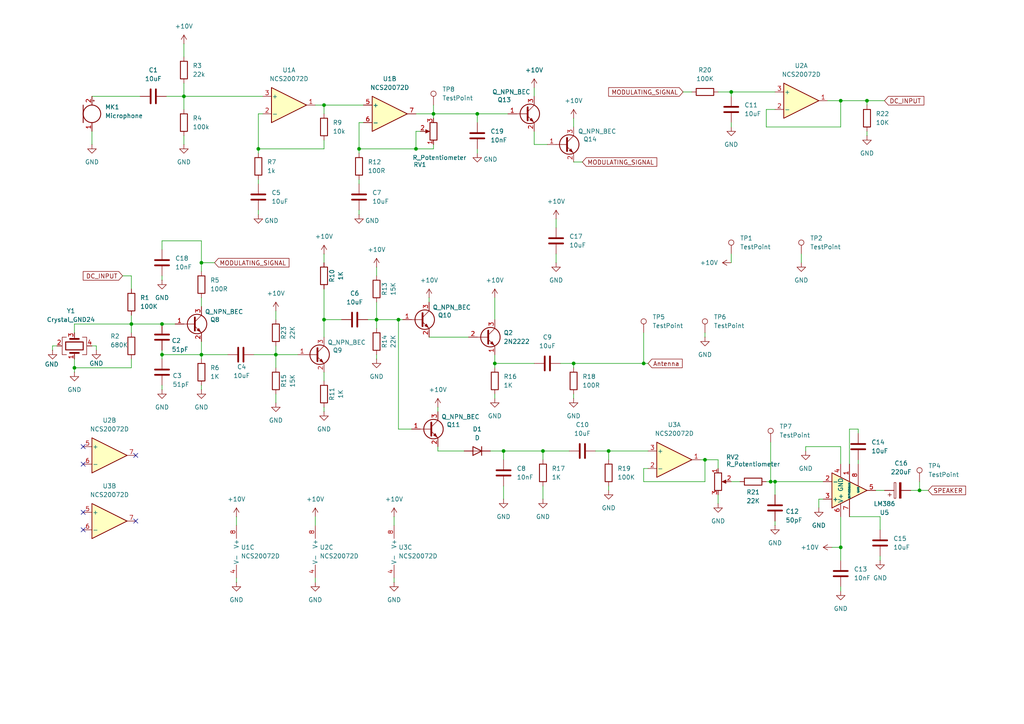
<source format=kicad_sch>
(kicad_sch (version 20250114) (generator "eeschema") (generator_version "9.0")
  (paper "A4")
  (lib_symbols
    (symbol "Amplifier_Audio:LM386" (pin_names (offset 0.127))
      (property "Reference" "U" (at 1.27 7.62 0))
      (property "Value" "LM386" (at 1.27 5.08 0))
      (symbol "LM386_1_1"
        (pin input line (at -7.62 2.54 0) (length 2.54) (name "+") (number "3"))
        (pin input line (at -7.62 -2.54 0) (length 2.54) (name "-") (number "2"))
        (pin power_in line (at -2.54 7.62 270) (length 3.81) (name "V+") (number "6"))
        (pin power_in line (at -2.54 -7.62 90) (length 3.81) (name "GND") (number "4"))
        (pin input line (at 0 7.62 270) (length 5.08) (name "BYPASS") (number "7"))
        (pin input line (at 0 -7.62 90) (length 5.08) (name "GAIN") (number "1"))
        (pin input line (at 2.54 -7.62 90) (length 6.35) (name "GAIN") (number "8"))
        (pin output line (at 7.62 0 180) (length 2.54) (name "~") (number "5"))
      )
    )
    (symbol "Amplifier_Operational:NCS20072D" (pin_names (offset 0.127))
      (property "Reference" "U" (at 2.54 6.35 0))
      (property "Value" "NCS20072D" (at 2.54 3.81 0))
      (symbol "NCS20072D_1_1"
        (pin input line (at -7.62 2.54 0) (length 2.54) (name "+") (number "3"))
        (pin input line (at -7.62 -2.54 0) (length 2.54) (name "-") (number "2"))
        (pin output line (at 7.62 0 180) (length 2.54) (name "~") (number "1"))
      )
      (symbol "NCS20072D_2_1"
        (pin input line (at -7.62 2.54 0) (length 2.54) (name "+") (number "5"))
        (pin input line (at -7.62 -2.54 0) (length 2.54) (name "-") (number "6"))
        (pin output line (at 7.62 0 180) (length 2.54) (name "~") (number "7"))
      )
      (symbol "NCS20072D_3_1"
        (pin power_in line (at 0 7.62 270) (length 3.81) (name "V+") (number "8"))
        (pin power_in line (at 0 -7.62 90) (length 3.81) (name "V-") (number "4"))
      )
    )
    (symbol "Connector:TestPoint" (pin_numbers (hide yes)) (pin_names (offset 0.762) (hide yes))
      (property "Reference" "TP" (at 0 6.858 0))
      (property "Value" "TestPoint" (at 0 5.08 0))
      (symbol "TestPoint_1_1"
        (pin passive line (at 0 0 90) (length 2.54) (name "1") (number "1"))
      )
    )
    (symbol "Device:C" (pin_numbers (hide yes)) (pin_names (offset 0.254))
      (property "Reference" "C" (at 0.635 2.54 0))
      (property "Value" "C" (at 0.635 -2.54 0))
      (symbol "C_1_1"
        (pin passive line (at 0 3.81 270) (length 2.794) (name "~") (number "1"))
        (pin passive line (at 0 -3.81 90) (length 2.794) (name "~") (number "2"))
      )
    )
    (symbol "Device:C_Polarized" (pin_numbers (hide yes)) (pin_names (offset 0.254))
      (property "Reference" "C" (at 0.635 2.54 0))
      (property "Value" "C_Polarized" (at 0.635 -2.54 0))
      (symbol "C_Polarized_1_1"
        (pin passive line (at 0 3.81 270) (length 2.794) (name "~") (number "1"))
        (pin passive line (at 0 -3.81 90) (length 2.794) (name "~") (number "2"))
      )
    )
    (symbol "Device:Crystal_GND24" (pin_names (offset 1.016) (hide yes))
      (property "Reference" "Y" (at 3.175 5.08 0))
      (property "Value" "Crystal_GND24" (at 3.175 3.175 0))
      (symbol "Crystal_GND24_1_1"
        (pin passive line (at -3.81 0 0) (length 1.27) (name "1") (number "1"))
        (pin passive line (at 0 5.08 270) (length 1.27) (name "2") (number "2"))
        (pin passive line (at 0 -5.08 90) (length 1.27) (name "4") (number "4"))
        (pin passive line (at 3.81 0 180) (length 1.27) (name "3") (number "3"))
      )
    )
    (symbol "Device:D" (pin_numbers (hide yes)) (pin_names (offset 1.016) (hide yes))
      (property "Reference" "D" (at 0 2.54 0))
      (property "Value" "D" (at 0 -2.54 0))
      (symbol "D_1_1"
        (pin passive line (at -3.81 0 0) (length 2.54) (name "K") (number "1"))
        (pin passive line (at 3.81 0 180) (length 2.54) (name "A") (number "2"))
      )
    )
    (symbol "Device:Microphone" (pin_names (offset 0.0254) (hide yes))
      (property "Reference" "MK" (at -3.81 1.27 0))
      (property "Value" "Microphone" (at -3.81 -0.635 0))
      (symbol "Microphone_1_1"
        (pin passive line (at 0 5.08 270) (length 2.54) (name "+") (number "2"))
        (pin passive line (at 0 -5.08 90) (length 2.54) (name "-") (number "1"))
      )
    )
    (symbol "Device:R" (pin_numbers (hide yes)) (pin_names (offset 0))
      (property "Reference" "R" (at 2.032 0 90))
      (property "Value" "R" (at 0 0 90))
      (symbol "R_1_1"
        (pin passive line (at 0 3.81 270) (length 1.27) (name "~") (number "1"))
        (pin passive line (at 0 -3.81 90) (length 1.27) (name "~") (number "2"))
      )
    )
    (symbol "Device:R_Potentiometer" (pin_names (offset 1.016) (hide yes))
      (property "Reference" "RV" (at -4.445 0 90))
      (property "Value" "R_Potentiometer" (at -2.54 0 90))
      (symbol "R_Potentiometer_1_1"
        (pin passive line (at 0 3.81 270) (length 1.27) (name "1") (number "1"))
        (pin passive line (at 0 -3.81 90) (length 1.27) (name "3") (number "3"))
        (pin passive line (at 3.81 0 180) (length 1.27) (name "2") (number "2"))
      )
    )
    (symbol "Transistor_BJT:Q_NPN_BEC" (pin_names (offset 0) (hide yes))
      (property "Reference" "Q" (at 5.08 1.27 0))
      (property "Value" "Q_NPN_BEC" (at 5.08 -1.27 0))
      (symbol "Q_NPN_BEC_1_1"
        (pin input line (at -5.08 0 0) (length 2.54) (name "B") (number "1"))
        (pin passive line (at 2.54 5.08 270) (length 2.54) (name "C") (number "3"))
        (pin passive line (at 2.54 -5.08 90) (length 2.54) (name "E") (number "2"))
      )
    )
    (symbol "Transistor_BJT:Q_NPN_EBC" (pin_names (offset 0) (hide yes))
      (property "Reference" "Q" (at 5.08 1.27 0))
      (property "Value" "Q_NPN_EBC" (at 5.08 -1.27 0))
      (symbol "Q_NPN_EBC_1_1"
        (pin input line (at -5.08 0 0) (length 2.54) (name "B") (number "2"))
        (pin passive line (at 2.54 5.08 270) (length 2.54) (name "C") (number "3"))
        (pin passive line (at 2.54 -5.08 90) (length 2.54) (name "E") (number "1"))
      )
    )
    (symbol "power:+10V" (power) (pin_numbers (hide yes)) (pin_names (offset 0) (hide yes))
      (property "Value" "+10V" (at 0 3.556 0))
      (symbol "+10V_1_1"
        (pin power_in line (at 0 0 90) (length 0) (name "~") (number "1"))
      )
    )
    (symbol "power:GND" (power) (pin_numbers (hide yes)) (pin_names (offset 0) (hide yes))
      (property "Value" "GND" (at 0 -3.81 0))
      (symbol "GND_1_1"
        (pin power_in line (at 0 0 270) (length 0) (name "~") (number "1"))
      )
    )
  )
  (junction (at 93.98 92.71))
  (junction (at 58.42 102.87))
  (junction (at 38.1 93.98))
  (junction (at 166.37 105.41))
  (junction (at 251.46 29.21))
  (junction (at 104.14 43.18))
  (junction (at 125.73 33.02))
  (junction (at 143.51 105.41))
  (junction (at 46.99 102.87))
  (junction (at 146.05 130.81))
  (junction (at 21.59 106.68))
  (junction (at 204.47 133.35))
  (junction (at 138.43 33.02))
  (junction (at 46.99 93.98))
  (junction (at 243.84 29.21))
  (junction (at 224.79 139.7))
  (junction (at 74.93 43.18))
  (junction (at 80.01 102.87))
  (junction (at 109.22 92.71))
  (junction (at 115.57 92.71))
  (junction (at 243.84 158.75))
  (junction (at 93.98 30.48))
  (junction (at 266.7 142.24))
  (junction (at 176.53 130.81))
  (junction (at 120.65 43.18))
  (junction (at 223.52 139.7))
  (junction (at 186.69 105.41))
  (junction (at 212.09 26.67))
  (junction (at 53.34 27.94))
  (junction (at 58.42 76.2))
  (junction (at 157.48 130.81))
  (no_connect (at 39.37 132.08))
  (no_connect (at 24.13 148.59))
  (no_connect (at 39.37 151.13))
  (no_connect (at 24.13 134.62))
  (no_connect (at 24.13 129.54))
  (no_connect (at 24.13 153.67))
  (wire (pts (xy 154.94 105.41) (xy 143.51 105.41)))
  (wire (pts (xy 125.73 43.18) (xy 125.73 41.91)))
  (wire (pts (xy 125.73 33.02) (xy 138.43 33.02)))
  (wire (pts (xy 46.99 102.87) (xy 58.42 102.87)))
  (wire (pts (xy 120.65 43.18) (xy 125.73 43.18)))
  (wire (pts (xy 15.24 100.33) (xy 16.51 100.33)))
  (wire (pts (xy 48.26 27.94) (xy 53.34 27.94)))
  (wire (pts (xy 157.48 130.81) (xy 165.1 130.81)))
  (wire (pts (xy 124.46 86.36) (xy 124.46 87.63)))
  (wire (pts (xy 142.24 130.81) (xy 146.05 130.81)))
  (wire (pts (xy 254 142.24) (xy 256.54 142.24)))
  (wire (pts (xy 186.69 135.89) (xy 186.69 139.7)))
  (wire (pts (xy 93.98 92.71) (xy 99.06 92.71)))
  (wire (pts (xy 120.65 38.1) (xy 120.65 43.18)))
  (wire (pts (xy 154.94 41.91) (xy 158.75 41.91)))
  (wire (pts (xy 127 118.11) (xy 127 119.38)))
  (wire (pts (xy 266.7 139.7) (xy 266.7 142.24)))
  (wire (pts (xy 248.92 133.35) (xy 248.92 134.62)))
  (wire (pts (xy 46.99 101.6) (xy 46.99 102.87)))
  (wire (pts (xy 143.51 86.36) (xy 143.51 92.71)))
  (wire (pts (xy 222.25 139.7) (xy 223.52 139.7)))
  (wire (pts (xy 121.92 38.1) (xy 120.65 38.1)))
  (wire (pts (xy 208.28 26.67) (xy 212.09 26.67)))
  (wire (pts (xy 176.53 130.81) (xy 187.96 130.81)))
  (wire (pts (xy 120.65 33.02) (xy 125.73 33.02)))
  (wire (pts (xy 58.42 102.87) (xy 66.04 102.87)))
  (wire (pts (xy 223.52 128.27) (xy 223.52 139.7)))
  (wire (pts (xy 143.51 105.41) (xy 143.51 106.68)))
  (wire (pts (xy 93.98 73.66) (xy 93.98 76.2)))
  (wire (pts (xy 58.42 99.06) (xy 58.42 102.87)))
  (wire (pts (xy 62.23 76.2) (xy 58.42 76.2)))
  (wire (pts (xy 187.96 135.89) (xy 186.69 135.89)))
  (wire (pts (xy 46.99 69.85) (xy 46.99 72.39)))
  (wire (pts (xy 243.84 36.83) (xy 243.84 29.21)))
  (wire (pts (xy 21.59 93.98) (xy 21.59 96.52)))
  (wire (pts (xy 53.34 39.37) (xy 53.34 41.91)))
  (wire (pts (xy 21.59 106.68) (xy 38.1 106.68)))
  (wire (pts (xy 186.69 105.41) (xy 187.96 105.41)))
  (wire (pts (xy 127 130.81) (xy 134.62 130.81)))
  (wire (pts (xy 212.09 73.66) (xy 212.09 76.2)))
  (wire (pts (xy 138.43 33.02) (xy 147.32 33.02)))
  (wire (pts (xy 146.05 130.81) (xy 146.05 133.35)))
  (wire (pts (xy 115.57 124.46) (xy 119.38 124.46)))
  (wire (pts (xy 237.49 144.78) (xy 238.76 144.78)))
  (wire (pts (xy 74.93 33.02) (xy 76.2 33.02)))
  (wire (pts (xy 251.46 29.21) (xy 256.54 29.21)))
  (wire (pts (xy 172.72 130.81) (xy 176.53 130.81)))
  (wire (pts (xy 74.93 60.96) (xy 74.93 62.23)))
  (wire (pts (xy 125.73 30.48) (xy 125.73 33.02)))
  (wire (pts (xy 93.98 118.11) (xy 93.98 119.38)))
  (wire (pts (xy 243.84 29.21) (xy 251.46 29.21)))
  (wire (pts (xy 21.59 106.68) (xy 21.59 107.95)))
  (wire (pts (xy 58.42 69.85) (xy 58.42 76.2)))
  (wire (pts (xy 93.98 40.64) (xy 93.98 43.18)))
  (wire (pts (xy 204.47 133.35) (xy 208.28 133.35)))
  (wire (pts (xy 53.34 27.94) (xy 76.2 27.94)))
  (wire (pts (xy 93.98 30.48) (xy 105.41 30.48)))
  (wire (pts (xy 104.14 52.07) (xy 104.14 53.34)))
  (wire (pts (xy 223.52 139.7) (xy 224.79 139.7)))
  (wire (pts (xy 161.29 73.66) (xy 161.29 76.2)))
  (wire (pts (xy 203.2 133.35) (xy 204.47 133.35)))
  (wire (pts (xy 93.98 107.95) (xy 93.98 110.49)))
  (wire (pts (xy 176.53 130.81) (xy 176.53 133.35)))
  (wire (pts (xy 146.05 130.81) (xy 157.48 130.81)))
  (wire (pts (xy 80.01 102.87) (xy 86.36 102.87)))
  (wire (pts (xy 74.93 52.07) (xy 74.93 53.34)))
  (wire (pts (xy 80.01 102.87) (xy 80.01 106.68)))
  (wire (pts (xy 240.03 29.21) (xy 243.84 29.21)))
  (wire (pts (xy 104.14 60.96) (xy 104.14 62.23)))
  (wire (pts (xy 124.46 97.79) (xy 135.89 97.79)))
  (wire (pts (xy 93.98 83.82) (xy 93.98 92.71)))
  (wire (pts (xy 109.22 92.71) (xy 109.22 95.25)))
  (wire (pts (xy 27.94 101.6) (xy 27.94 100.33)))
  (wire (pts (xy 127 129.54) (xy 127 130.81)))
  (wire (pts (xy 266.7 142.24) (xy 269.24 142.24)))
  (wire (pts (xy 255.27 149.86) (xy 246.38 149.86)))
  (wire (pts (xy 157.48 130.81) (xy 157.48 133.35)))
  (wire (pts (xy 246.38 124.46) (xy 248.92 124.46)))
  (wire (pts (xy 154.94 25.4) (xy 154.94 27.94)))
  (wire (pts (xy 243.84 158.75) (xy 243.84 162.56)))
  (wire (pts (xy 162.56 105.41) (xy 166.37 105.41)))
  (wire (pts (xy 204.47 139.7) (xy 204.47 133.35)))
  (wire (pts (xy 46.99 111.76) (xy 46.99 113.03)))
  (wire (pts (xy 46.99 104.14) (xy 46.99 102.87)))
  (wire (pts (xy 58.42 111.76) (xy 58.42 113.03)))
  (wire (pts (xy 176.53 140.97) (xy 176.53 142.24)))
  (wire (pts (xy 38.1 93.98) (xy 21.59 93.98)))
  (wire (pts (xy 198.12 26.67) (xy 200.66 26.67)))
  (wire (pts (xy 91.44 167.64) (xy 91.44 168.91)))
  (wire (pts (xy 109.22 87.63) (xy 109.22 92.71)))
  (wire (pts (xy 222.25 31.75) (xy 222.25 36.83)))
  (wire (pts (xy 248.92 124.46) (xy 248.92 125.73)))
  (wire (pts (xy 222.25 36.83) (xy 243.84 36.83)))
  (wire (pts (xy 109.22 92.71) (xy 115.57 92.71)))
  (wire (pts (xy 233.68 129.54) (xy 243.84 129.54)))
  (wire (pts (xy 104.14 43.18) (xy 104.14 35.56)))
  (wire (pts (xy 208.28 135.89) (xy 208.28 133.35)))
  (wire (pts (xy 138.43 33.02) (xy 138.43 35.56)))
  (wire (pts (xy 21.59 104.14) (xy 21.59 106.68)))
  (wire (pts (xy 243.84 170.18) (xy 243.84 171.45)))
  (wire (pts (xy 58.42 102.87) (xy 58.42 104.14)))
  (wire (pts (xy 106.68 92.71) (xy 109.22 92.71)))
  (wire (pts (xy 27.94 100.33) (xy 26.67 100.33)))
  (wire (pts (xy 166.37 105.41) (xy 166.37 106.68)))
  (wire (pts (xy 208.28 143.51) (xy 208.28 146.05)))
  (wire (pts (xy 74.93 43.18) (xy 74.93 33.02)))
  (wire (pts (xy 104.14 35.56) (xy 105.41 35.56)))
  (wire (pts (xy 161.29 63.5) (xy 161.29 66.04)))
  (wire (pts (xy 38.1 91.44) (xy 38.1 93.98)))
  (wire (pts (xy 109.22 77.47) (xy 109.22 80.01)))
  (wire (pts (xy 251.46 30.48) (xy 251.46 29.21)))
  (wire (pts (xy 80.01 114.3) (xy 80.01 116.84)))
  (wire (pts (xy 143.51 114.3) (xy 143.51 115.57)))
  (wire (pts (xy 243.84 129.54) (xy 243.84 134.62)))
  (wire (pts (xy 53.34 12.7) (xy 53.34 16.51)))
  (wire (pts (xy 264.16 142.24) (xy 266.7 142.24)))
  (wire (pts (xy 80.01 90.17) (xy 80.01 92.71)))
  (wire (pts (xy 243.84 149.86) (xy 243.84 158.75)))
  (wire (pts (xy 58.42 86.36) (xy 58.42 88.9)))
  (wire (pts (xy 93.98 33.02) (xy 93.98 30.48)))
  (wire (pts (xy 80.01 100.33) (xy 80.01 102.87)))
  (wire (pts (xy 93.98 92.71) (xy 93.98 97.79)))
  (wire (pts (xy 104.14 43.18) (xy 120.65 43.18)))
  (wire (pts (xy 74.93 43.18) (xy 93.98 43.18)))
  (wire (pts (xy 125.73 33.02) (xy 125.73 34.29)))
  (wire (pts (xy 53.34 27.94) (xy 53.34 31.75)))
  (wire (pts (xy 212.09 26.67) (xy 212.09 27.94)))
  (wire (pts (xy 38.1 80.01) (xy 38.1 83.82)))
  (wire (pts (xy 91.44 149.86) (xy 91.44 152.4)))
  (wire (pts (xy 251.46 38.1) (xy 251.46 39.37)))
  (wire (pts (xy 74.93 43.18) (xy 74.93 44.45)))
  (wire (pts (xy 114.3 149.86) (xy 114.3 152.4)))
  (wire (pts (xy 115.57 92.71) (xy 115.57 124.46)))
  (wire (pts (xy 143.51 102.87) (xy 143.51 105.41)))
  (wire (pts (xy 186.69 96.52) (xy 186.69 105.41)))
  (wire (pts (xy 237.49 147.32) (xy 237.49 144.78)))
  (wire (pts (xy 222.25 31.75) (xy 224.79 31.75)))
  (wire (pts (xy 58.42 76.2) (xy 58.42 78.74)))
  (wire (pts (xy 166.37 34.29) (xy 166.37 36.83)))
  (wire (pts (xy 224.79 139.7) (xy 224.79 143.51)))
  (wire (pts (xy 241.3 158.75) (xy 243.84 158.75)))
  (wire (pts (xy 46.99 80.01) (xy 46.99 81.28)))
  (wire (pts (xy 104.14 44.45) (xy 104.14 43.18)))
  (wire (pts (xy 68.58 149.86) (xy 68.58 152.4)))
  (wire (pts (xy 146.05 140.97) (xy 146.05 144.78)))
  (wire (pts (xy 204.47 96.52) (xy 204.47 97.79)))
  (wire (pts (xy 166.37 46.99) (xy 168.91 46.99)))
  (wire (pts (xy 109.22 102.87) (xy 109.22 104.14)))
  (wire (pts (xy 157.48 140.97) (xy 157.48 144.78)))
  (wire (pts (xy 166.37 114.3) (xy 166.37 115.57)))
  (wire (pts (xy 212.09 26.67) (xy 224.79 26.67)))
  (wire (pts (xy 68.58 167.64) (xy 68.58 168.91)))
  (wire (pts (xy 246.38 134.62) (xy 246.38 124.46)))
  (wire (pts (xy 38.1 96.52) (xy 38.1 93.98)))
  (wire (pts (xy 38.1 106.68) (xy 38.1 104.14)))
  (wire (pts (xy 46.99 93.98) (xy 50.8 93.98)))
  (wire (pts (xy 138.43 43.18) (xy 138.43 44.45)))
  (wire (pts (xy 115.57 92.71) (xy 116.84 92.71)))
  (wire (pts (xy 46.99 69.85) (xy 58.42 69.85)))
  (wire (pts (xy 35.56 80.01) (xy 38.1 80.01)))
  (wire (pts (xy 212.09 139.7) (xy 214.63 139.7)))
  (wire (pts (xy 166.37 105.41) (xy 186.69 105.41)))
  (wire (pts (xy 38.1 93.98) (xy 46.99 93.98)))
  (wire (pts (xy 186.69 139.7) (xy 204.47 139.7)))
  (wire (pts (xy 26.67 38.1) (xy 26.67 41.91)))
  (wire (pts (xy 232.41 73.66) (xy 232.41 76.2)))
  (wire (pts (xy 255.27 161.29) (xy 255.27 162.56)))
  (wire (pts (xy 73.66 102.87) (xy 80.01 102.87)))
  (wire (pts (xy 15.24 101.6) (xy 15.24 100.33)))
  (wire (pts (xy 93.98 30.48) (xy 91.44 30.48)))
  (wire (pts (xy 224.79 139.7) (xy 238.76 139.7)))
  (wire (pts (xy 233.68 130.81) (xy 233.68 129.54)))
  (wire (pts (xy 26.67 27.94) (xy 40.64 27.94)))
  (wire (pts (xy 154.94 38.1) (xy 154.94 41.91)))
  (wire (pts (xy 255.27 153.67) (xy 255.27 149.86)))
  (wire (pts (xy 212.09 35.56) (xy 212.09 36.83)))
  (wire (pts (xy 53.34 24.13) (xy 53.34 27.94)))
  (wire (pts (xy 224.79 151.13) (xy 224.79 152.4)))
  (wire (pts (xy 114.3 167.64) (xy 114.3 168.91)))
  (global_label "DC_INPUT" (shape input) (at 256.54 29.21 0) (property "Intersheetrefs" "${INTERSHEET_REFS}" (effects (hide yes))))
  (global_label "MODULATING_SIGNAL" (shape input) (at 168.91 46.99 0) (property "Intersheetrefs" "${INTERSHEET_REFS}" (effects (hide yes))))
  (global_label "Antenna" (shape input) (at 187.96 105.41 0) (property "Intersheetrefs" "${INTERSHEET_REFS}" (effects (hide yes))))
  (global_label "MODULATING_SIGNAL" (shape input) (at 62.23 76.2 0) (property "Intersheetrefs" "${INTERSHEET_REFS}" (effects (hide yes))))
  (global_label "DC_INPUT" (shape input) (at 35.56 80.01 180) (property "Intersheetrefs" "${INTERSHEET_REFS}" (effects (hide yes))))
  (global_label "SPEAKER" (shape input) (at 269.24 142.24 0) (property "Intersheetrefs" "${INTERSHEET_REFS}" (effects (hide yes))))
  (global_label "MODULATING_SIGNAL" (shape input) (at 198.12 26.67 180) (property "Intersheetrefs" "${INTERSHEET_REFS}" (effects (hide yes))))
  (symbol (lib_id "power:GND") (at 109.22 104.14 0) (unit 1)
    (property "Reference" "#PWR0104" (effects (hide yes)))
    (property "Value" "GND" (at 109.22 109.22 0))
    (property "Description" "Power symbol creates a global label with name \"GND\" , ground" (effects (hide yes)))
  )
  (symbol (lib_id "power:+10V") (at 166.37 34.29 0) (unit 1)
    (property "Reference" "#PWR0126" (effects (hide yes)))
    (property "Value" "+10V" (at 166.37 29.21 0))
    (property "Description" "Power symbol creates a global label with name \"+10V\"" (effects (hide yes)))
  )
  (symbol (lib_id "Amplifier_Operational:NCS20072D") (at 83.82 30.48 0) (unit 1)
    (property "Reference" "U1" (at 83.82 20.32 0))
    (property "Value" "NCS20072D" (at 83.82 22.86 0))
    (property "Footprint" "Package_SO:SOIC-8_3.9x4.9mm_P1.27mm" (effects (hide yes)))
    (property "Datasheet" "https://www.onsemi.com/pub/Collateral/NCS20071-D.PDF" (effects (hide yes)))
    (property "Description" "Dual, 2.8V/µs, Rail-to-Rail Output, SOIC-8" (effects (hide yes)))
  )
  (symbol (lib_id "Device:R") (at 166.37 110.49 0) (unit 1)
    (property "Reference" "R18" (at 168.91 109.2199 0) (effects (justify left)))
    (property "Value" "100R" (at 168.91 111.7599 0) (effects (justify left)))
    (property "Footprint" "Resistor_SMD:R_0603_1608Metric" (effects (hide yes)))
    (property "Description" "Resistor" (effects (hide yes)))
  )
  (symbol (lib_id "power:GND") (at 68.58 168.91 0) (unit 1)
    (property "Reference" "#PWR0137" (effects (hide yes)))
    (property "Value" "GND" (at 68.58 173.99 0))
    (property "Description" "Power symbol creates a global label with name \"GND\" , ground" (effects (hide yes)))
  )
  (symbol (lib_id "power:+10V") (at 154.94 25.4 0) (unit 1)
    (property "Reference" "#PWR0125" (effects (hide yes)))
    (property "Value" "+10V" (at 154.94 20.32 0))
    (property "Description" "Power symbol creates a global label with name \"+10V\"" (effects (hide yes)))
  )
  (symbol (lib_id "power:GND") (at 232.41 76.2 0) (unit 1)
    (property "Reference" "#PWR0132" (effects (hide yes)))
    (property "Value" "GND" (at 232.41 81.28 0))
    (property "Description" "Power symbol creates a global label with name \"GND\" , ground" (effects (hide yes)))
  )
  (symbol (lib_id "Device:C") (at 224.79 147.32 0) (unit 1)
    (property "Reference" "C12" (at 227.838 148.336 0) (effects (justify left)))
    (property "Value" "50pF" (at 227.838 150.876 0) (effects (justify left)))
    (property "Footprint" "Capacitor_SMD:C_0603_1608Metric" (effects (hide yes)))
    (property "Description" "Unpolarized capacitor" (effects (hide yes)))
  )
  (symbol (lib_id "power:GND") (at 243.84 171.45 0) (unit 1)
    (property "Reference" "#PWR0117" (effects (hide yes)))
    (property "Value" "GND" (at 243.84 176.53 0))
    (property "Description" "Power symbol creates a global label with name \"GND\" , ground" (effects (hide yes)))
  )
  (symbol (lib_id "Device:R") (at 251.46 34.29 0) (unit 1)
    (property "Reference" "R22" (at 254 33.0199 0) (effects (justify left)))
    (property "Value" "10K" (at 254 35.5599 0) (effects (justify left)))
    (property "Footprint" "Resistor_SMD:R_0603_1608Metric" (effects (hide yes)))
    (property "Description" "Resistor" (effects (hide yes)))
  )
  (symbol (lib_id "Device:C") (at 46.99 76.2 0) (unit 1)
    (property "Reference" "C18" (at 50.8 74.9299 0) (effects (justify left)))
    (property "Value" "10nF" (at 50.8 77.4699 0) (effects (justify left)))
    (property "Footprint" "Capacitor_SMD:C_0603_1608Metric" (effects (hide yes)))
    (property "Description" "Unpolarized capacitor" (effects (hide yes)))
  )
  (symbol (lib_id "Device:C") (at 168.91 130.81 90) (unit 1)
    (property "Reference" "C10" (at 168.91 123.19 90))
    (property "Value" "10uF" (at 168.91 125.73 90))
    (property "Footprint" "Capacitor_SMD:C_0603_1608Metric" (effects (hide yes)))
    (property "Description" "Unpolarized capacitor" (effects (hide yes)))
  )
  (symbol (lib_id "power:+10V") (at 109.22 77.47 0) (unit 1)
    (property "Reference" "#PWR0112" (effects (hide yes)))
    (property "Value" "+10V" (at 109.22 72.39 0))
    (property "Description" "Power symbol creates a global label with name \"+10V\"" (effects (hide yes)))
  )
  (symbol (lib_id "Amplifier_Operational:NCS20072D") (at 31.75 151.13 0) (unit 2)
    (property "Reference" "U3" (at 31.75 140.97 0))
    (property "Value" "NCS20072D" (at 31.75 143.51 0))
    (property "Footprint" "Package_SO:SOIC-8_3.9x4.9mm_P1.27mm" (effects (hide yes)))
    (property "Datasheet" "https://www.onsemi.com/pub/Collateral/NCS20071-D.PDF" (effects (hide yes)))
    (property "Description" "Dual, 2.8V/µs, Rail-to-Rail Output, SOIC-8" (effects (hide yes)))
  )
  (symbol (lib_id "Amplifier_Operational:NCS20072D") (at 31.75 132.08 0) (unit 2)
    (property "Reference" "U2" (at 31.75 121.92 0))
    (property "Value" "NCS20072D" (at 31.75 124.46 0))
    (property "Footprint" "Package_SO:SOIC-8_3.9x4.9mm_P1.27mm" (effects (hide yes)))
    (property "Datasheet" "https://www.onsemi.com/pub/Collateral/NCS20071-D.PDF" (effects (hide yes)))
    (property "Description" "Dual, 2.8V/µs, Rail-to-Rail Output, SOIC-8" (effects (hide yes)))
  )
  (symbol (lib_id "power:GND") (at 138.43 44.45 0) (unit 1)
    (property "Reference" "#PWR0145" (effects (hide yes)))
    (property "Value" "GND" (at 142.24 46.228 0))
    (property "Description" "Power symbol creates a global label with name \"GND\" , ground" (effects (hide yes)))
  )
  (symbol (lib_id "power:GND") (at 146.05 144.78 0) (unit 1)
    (property "Reference" "#PWR0130" (effects (hide yes)))
    (property "Value" "GND" (at 146.05 149.86 0))
    (property "Description" "Power symbol creates a global label with name \"GND\" , ground" (effects (hide yes)))
  )
  (symbol (lib_id "Connector:TestPoint") (at 232.41 73.66 0) (unit 1)
    (property "Reference" "TP2" (at 234.95 69.0879 0) (effects (justify left)))
    (property "Value" "TestPoint" (at 234.95 71.6279 0) (effects (justify left)))
    (property "Footprint" "TestPoint:TestPoint_Loop_D2.50mm_Drill1.0mm" (effects (hide yes)))
    (property "Description" "test point" (effects (hide yes)))
  )
  (symbol (lib_id "Connector:TestPoint") (at 212.09 73.66 0) (unit 1)
    (property "Reference" "TP1" (at 214.63 69.0879 0) (effects (justify left)))
    (property "Value" "TestPoint" (at 214.63 71.6279 0) (effects (justify left)))
    (property "Footprint" "TestPoint:TestPoint_Loop_D2.50mm_Drill1.0mm" (effects (hide yes)))
    (property "Description" "test point" (effects (hide yes)))
  )
  (symbol (lib_id "Device:R") (at 218.44 139.7 90) (unit 1)
    (property "Reference" "R21" (at 218.44 142.748 90))
    (property "Value" "22K" (at 218.44 145.288 90))
    (property "Footprint" "Resistor_SMD:R_0603_1608Metric" (effects (hide yes)))
    (property "Description" "Resistor" (effects (hide yes)))
  )
  (symbol (lib_id "Connector:TestPoint") (at 266.7 139.7 0) (unit 1)
    (property "Reference" "TP4" (at 269.24 135.1279 0) (effects (justify left)))
    (property "Value" "TestPoint" (at 269.24 137.6679 0) (effects (justify left)))
    (property "Footprint" "TestPoint:TestPoint_Loop_D2.50mm_Drill1.0mm" (effects (hide yes)))
    (property "Description" "test point" (effects (hide yes)))
  )
  (symbol (lib_id "power:GND") (at 208.28 146.05 0) (unit 1)
    (property "Reference" "#PWR0121" (effects (hide yes)))
    (property "Value" "GND" (at 208.28 151.13 0))
    (property "Description" "Power symbol creates a global label with name \"GND\" , ground" (effects (hide yes)))
  )
  (symbol (lib_id "power:GND") (at 104.14 62.23 0) (unit 1)
    (property "Reference" "#PWR0114" (effects (hide yes)))
    (property "Value" "GND" (at 107.95 64.008 0))
    (property "Description" "Power symbol creates a global label with name \"GND\" , ground" (effects (hide yes)))
  )
  (symbol (lib_id "power:GND") (at 46.99 113.03 0) (unit 1)
    (property "Reference" "#PWR0108" (effects (hide yes)))
    (property "Value" "GND" (at 46.99 118.11 0))
    (property "Description" "Power symbol creates a global label with name \"GND\" , ground" (effects (hide yes)))
  )
  (symbol (lib_id "power:GND") (at 224.79 152.4 0) (unit 1)
    (property "Reference" "#PWR0120" (effects (hide yes)))
    (property "Value" "GND" (at 224.79 157.48 0))
    (property "Description" "Power symbol creates a global label with name \"GND\" , ground" (effects (hide yes)))
  )
  (symbol (lib_id "Connector:TestPoint") (at 125.73 30.48 0) (unit 1)
    (property "Reference" "TP8" (at 128.27 25.9079 0) (effects (justify left)))
    (property "Value" "TestPoint" (at 128.27 28.4479 0) (effects (justify left)))
    (property "Footprint" "TestPoint:TestPoint_Plated_Hole_D2.0mm" (effects (hide yes)))
    (property "Description" "test point" (effects (hide yes)))
  )
  (symbol (lib_id "Device:C") (at 255.27 157.48 180) (unit 1)
    (property "Reference" "C15" (at 259.08 156.2099 0) (effects (justify right)))
    (property "Value" "10uF" (at 259.08 158.7499 0) (effects (justify right)))
    (property "Footprint" "Capacitor_SMD:C_0603_1608Metric" (effects (hide yes)))
    (property "Description" "Unpolarized capacitor" (effects (hide yes)))
  )
  (symbol (lib_id "Device:C") (at 248.92 129.54 180) (unit 1)
    (property "Reference" "C14" (at 252.73 128.2699 0) (effects (justify right)))
    (property "Value" "10uF" (at 252.73 130.8099 0) (effects (justify right)))
    (property "Footprint" "Capacitor_SMD:C_0603_1608Metric" (effects (hide yes)))
    (property "Description" "Unpolarized capacitor" (effects (hide yes)))
  )
  (symbol (lib_id "power:GND") (at 161.29 76.2 0) (unit 1)
    (property "Reference" "#PWR0144" (effects (hide yes)))
    (property "Value" "GND" (at 161.29 81.28 0))
    (property "Description" "Power symbol creates a global label with name \"GND\" , ground" (effects (hide yes)))
  )
  (symbol (lib_id "Amplifier_Operational:NCS20072D") (at 114.3 160.02 0) (unit 3)
    (property "Reference" "U3" (at 115.57 158.7499 0) (effects (justify left)))
    (property "Value" "NCS20072D" (at 115.57 161.2899 0) (effects (justify left)))
    (property "Footprint" "Package_SO:SOIC-8_3.9x4.9mm_P1.27mm" (effects (hide yes)))
    (property "Datasheet" "https://www.onsemi.com/pub/Collateral/NCS20071-D.PDF" (effects (hide yes)))
    (property "Description" "Dual, 2.8V/µs, Rail-to-Rail Output, SOIC-8" (effects (hide yes)))
  )
  (symbol (lib_id "Connector:TestPoint") (at 204.47 96.52 0) (unit 1)
    (property "Reference" "TP6" (at 207.01 91.9479 0) (effects (justify left)))
    (property "Value" "TestPoint" (at 207.01 94.4879 0) (effects (justify left)))
    (property "Footprint" "TestPoint:TestPoint_Pad_D4.0mm" (effects (hide yes)))
    (property "Description" "test point" (effects (hide yes)))
  )
  (symbol (lib_id "Transistor_BJT:Q_NPN_BEC") (at 163.83 41.91 0) (unit 1)
    (property "Reference" "Q14" (at 169.164 40.386 0) (effects (justify left)))
    (property "Value" "Q_NPN_BEC" (at 167.64 38.1001 0) (effects (justify left)))
    (property "Footprint" "Package_TO_SOT_SMD:SOT-23" (effects (hide yes)))
    (property "Description" "NPN transistor, base/emitter/collector" (effects (hide yes)))
  )
  (symbol (lib_id "power:GND") (at 237.49 147.32 0) (unit 1)
    (property "Reference" "#PWR0119" (effects (hide yes)))
    (property "Value" "GND" (at 237.49 152.4 0))
    (property "Description" "Power symbol creates a global label with name \"GND\" , ground" (effects (hide yes)))
  )
  (symbol (lib_id "power:+10V") (at 241.3 158.75 90) (unit 1)
    (property "Reference" "#PWR0139" (effects (hide yes)))
    (property "Value" "+10V" (at 237.49 158.7499 90) (effects (justify left)))
    (property "Description" "Power symbol creates a global label with name \"+10V\"" (effects (hide yes)))
  )
  (symbol (lib_id "Device:R") (at 109.22 99.06 180) (unit 1)
    (property "Reference" "R14" (at 111.506 99.06 90))
    (property "Value" "22K" (at 114.046 99.06 90))
    (property "Footprint" "Resistor_SMD:R_0603_1608Metric" (effects (hide yes)))
    (property "Description" "Resistor" (effects (hide yes)))
  )
  (symbol (lib_id "power:GND") (at 74.93 62.23 0) (unit 1)
    (property "Reference" "#PWR0115" (effects (hide yes)))
    (property "Value" "GND" (at 78.74 64.008 0))
    (property "Description" "Power symbol creates a global label with name \"GND\" , ground" (effects (hide yes)))
  )
  (symbol (lib_id "power:+10V") (at 68.58 149.86 0) (unit 1)
    (property "Reference" "#PWR0135" (effects (hide yes)))
    (property "Value" "+10V" (at 68.58 144.78 0))
    (property "Description" "Power symbol creates a global label with name \"+10V\"" (effects (hide yes)))
  )
  (symbol (lib_id "Device:R") (at 93.98 36.83 0) (unit 1)
    (property "Reference" "R9" (at 96.52 35.5599 0) (effects (justify left)))
    (property "Value" "10k" (at 96.52 38.0999 0) (effects (justify left)))
    (property "Footprint" "Resistor_SMD:R_0603_1608Metric" (effects (hide yes)))
    (property "Description" "Resistor" (effects (hide yes)))
  )
  (symbol (lib_id "Device:R") (at 93.98 114.3 180) (unit 1)
    (property "Reference" "R11" (at 96.266 114.3 90))
    (property "Value" "1K" (at 98.806 114.3 90))
    (property "Footprint" "Resistor_SMD:R_0603_1608Metric" (effects (hide yes)))
    (property "Description" "Resistor" (effects (hide yes)))
  )
  (symbol (lib_id "Device:R") (at 53.34 20.32 0) (unit 1)
    (property "Reference" "R3" (at 55.88 19.0499 0) (effects (justify left)))
    (property "Value" "22k" (at 55.88 21.5899 0) (effects (justify left)))
    (property "Footprint" "Resistor_SMD:R_0603_1608Metric" (effects (hide yes)))
    (property "Description" "Resistor" (effects (hide yes)))
  )
  (symbol (lib_id "Device:C") (at 243.84 166.37 0) (unit 1)
    (property "Reference" "C13" (at 247.65 165.0999 0) (effects (justify left)))
    (property "Value" "10nF" (at 247.65 167.6399 0) (effects (justify left)))
    (property "Footprint" "Capacitor_SMD:C_0603_1608Metric" (effects (hide yes)))
    (property "Description" "Unpolarized capacitor" (effects (hide yes)))
  )
  (symbol (lib_id "Device:R") (at 58.42 107.95 0) (unit 1)
    (property "Reference" "R6" (at 60.96 106.6799 0) (effects (justify left)))
    (property "Value" "1K" (at 60.96 109.2199 0) (effects (justify left)))
    (property "Footprint" "Resistor_SMD:R_0603_1608Metric" (effects (hide yes)))
    (property "Description" "Resistor" (effects (hide yes)))
  )
  (symbol (lib_id "Device:R") (at 38.1 100.33 0) (unit 1)
    (property "Reference" "R2" (at 32.004 97.536 0) (effects (justify left)))
    (property "Value" "680K" (at 32.004 100.076 0) (effects (justify left)))
    (property "Footprint" "Resistor_SMD:R_0603_1608Metric" (effects (hide yes)))
    (property "Description" "Resistor" (effects (hide yes)))
  )
  (symbol (lib_id "Device:C") (at 46.99 107.95 0) (unit 1)
    (property "Reference" "C3" (at 50.038 108.966 0) (effects (justify left)))
    (property "Value" "51pF" (at 50.038 111.506 0) (effects (justify left)))
    (property "Footprint" "Capacitor_SMD:C_0603_1608Metric" (effects (hide yes)))
    (property "Description" "Unpolarized capacitor" (effects (hide yes)))
  )
  (symbol (lib_id "Amplifier_Audio:LM386") (at 246.38 142.24 0) (mirror x) (unit 1)
    (property "Reference" "U5" (at 256.54 148.6602 0))
    (property "Value" "LM386" (at 256.54 146.1202 0))
    (property "Footprint" "Package_SO:SOIC-8_3.9x4.9mm_P1.27mm" (effects (hide yes)))
    (property "Datasheet" "http://www.ti.com/lit/ds/symlink/lm386.pdf" (effects (hide yes)))
    (property "Description" "Low Voltage Audio Power Amplifier, DIP-8/SOIC-8/SSOP-8" (effects (hide yes)))
  )
  (symbol (lib_id "power:+10V") (at 143.51 86.36 0) (unit 1)
    (property "Reference" "#PWR0106" (effects (hide yes)))
    (property "Value" "+10V" (at 143.51 81.28 0))
    (property "Description" "Power symbol creates a global label with name \"+10V\"" (effects (hide yes)))
  )
  (symbol (lib_id "Device:Microphone") (at 26.67 33.02 0) (unit 1)
    (property "Reference" "MK1" (at 30.48 31.0514 0) (effects (justify left)))
    (property "Value" "Microphone" (at 30.48 33.5914 0) (effects (justify left)))
    (property "Footprint" "Sensor_Audio:POM-2244P-C3310-2-R" (effects (hide yes)))
    (property "Description" "Microphone" (effects (hide yes)))
  )
  (symbol (lib_id "Amplifier_Operational:NCS20072D") (at 68.58 160.02 0) (unit 3)
    (property "Reference" "U1" (at 69.85 158.7499 0) (effects (justify left)))
    (property "Value" "NCS20072D" (at 69.85 161.2899 0) (effects (justify left)))
    (property "Footprint" "Package_SO:SOIC-8_3.9x4.9mm_P1.27mm" (effects (hide yes)))
    (property "Datasheet" "https://www.onsemi.com/pub/Collateral/NCS20071-D.PDF" (effects (hide yes)))
    (property "Description" "Dual, 2.8V/µs, Rail-to-Rail Output, SOIC-8" (effects (hide yes)))
  )
  (symbol (lib_id "power:GND") (at 157.48 144.78 0) (unit 1)
    (property "Reference" "#PWR0129" (effects (hide yes)))
    (property "Value" "GND" (at 157.48 149.86 0))
    (property "Description" "Power symbol creates a global label with name \"GND\" , ground" (effects (hide yes)))
  )
  (symbol (lib_id "Device:C") (at 212.09 31.75 0) (unit 1)
    (property "Reference" "C11" (at 215.9 30.4799 0) (effects (justify left)))
    (property "Value" "10uF" (at 215.9 33.0199 0) (effects (justify left)))
    (property "Footprint" "Capacitor_SMD:C_0603_1608Metric" (effects (hide yes)))
    (property "Description" "Unpolarized capacitor" (effects (hide yes)))
  )
  (symbol (lib_id "Device:C") (at 104.14 57.15 0) (unit 1)
    (property "Reference" "C7" (at 107.95 55.8799 0) (effects (justify left)))
    (property "Value" "10uF" (at 107.95 58.4199 0) (effects (justify left)))
    (property "Footprint" "Capacitor_SMD:C_0603_1608Metric" (effects (hide yes)))
    (property "Description" "Unpolarized capacitor" (effects (hide yes)))
  )
  (symbol (lib_id "Connector:TestPoint") (at 186.69 96.52 0) (unit 1)
    (property "Reference" "TP5" (at 189.23 91.9479 0) (effects (justify left)))
    (property "Value" "TestPoint" (at 189.23 94.4879 0) (effects (justify left)))
    (property "Footprint" "TestPoint:TestPoint_Pad_D4.0mm" (effects (hide yes)))
    (property "Description" "test point" (effects (hide yes)))
  )
  (symbol (lib_id "Device:Crystal_GND24") (at 21.59 100.33 90) (unit 1)
    (property "Reference" "Y1" (at 20.574 90.17 90))
    (property "Value" "Crystal_GND24" (at 20.574 92.71 90))
    (property "Footprint" "Crystal:Crystal_SMD_SeikoEpson_TSX3225-4Pin_3.2x2.5mm" (effects (hide yes)))
    (property "Description" "Four pin crystal, GND on pins 2 and 4" (effects (hide yes)))
  )
  (symbol (lib_id "power:GND") (at 91.44 168.91 0) (unit 1)
    (property "Reference" "#PWR0138" (effects (hide yes)))
    (property "Value" "GND" (at 91.44 173.99 0))
    (property "Description" "Power symbol creates a global label with name \"GND\" , ground" (effects (hide yes)))
  )
  (symbol (lib_id "power:+10V") (at 161.29 63.5 0) (unit 1)
    (property "Reference" "#PWR0133" (effects (hide yes)))
    (property "Value" "+10V" (at 161.29 58.42 0))
    (property "Description" "Power symbol creates a global label with name \"+10V\"" (effects (hide yes)))
  )
  (symbol (lib_id "power:GND") (at 251.46 39.37 0) (unit 1)
    (property "Reference" "#PWR0123" (effects (hide yes)))
    (property "Value" "GND" (at 251.46 44.45 0))
    (property "Description" "Power symbol creates a global label with name \"GND\" , ground" (effects (hide yes)))
  )
  (symbol (lib_id "Device:R") (at 38.1 87.63 0) (unit 1)
    (property "Reference" "R1" (at 40.64 86.3599 0) (effects (justify left)))
    (property "Value" "100K" (at 40.64 88.8999 0) (effects (justify left)))
    (property "Footprint" "Resistor_SMD:R_0603_1608Metric" (effects (hide yes)))
    (property "Description" "Resistor" (effects (hide yes)))
  )
  (symbol (lib_id "power:GND") (at 114.3 168.91 0) (unit 1)
    (property "Reference" "#PWR0141" (effects (hide yes)))
    (property "Value" "GND" (at 114.3 173.99 0))
    (property "Description" "Power symbol creates a global label with name \"GND\" , ground" (effects (hide yes)))
  )
  (symbol (lib_id "power:GND") (at 21.59 107.95 0) (unit 1)
    (property "Reference" "#PWR0107" (effects (hide yes)))
    (property "Value" "GND" (at 21.59 113.03 0))
    (property "Description" "Power symbol creates a global label with name \"GND\" , ground" (effects (hide yes)))
  )
  (symbol (lib_id "power:GND") (at 166.37 115.57 0) (unit 1)
    (property "Reference" "#PWR0127" (effects (hide yes)))
    (property "Value" "GND" (at 166.37 120.65 0))
    (property "Description" "Power symbol creates a global label with name \"GND\" , ground" (effects (hide yes)))
  )
  (symbol (lib_id "power:GND") (at 46.99 81.28 0) (unit 1)
    (property "Reference" "#PWR0146" (effects (hide yes)))
    (property "Value" "GND" (at 46.99 86.36 0))
    (property "Description" "Power symbol creates a global label with name \"GND\" , ground" (effects (hide yes)))
  )
  (symbol (lib_id "power:+10V") (at 80.01 90.17 0) (unit 1)
    (property "Reference" "#PWR0147" (effects (hide yes)))
    (property "Value" "+10V" (at 80.01 85.09 0))
    (property "Description" "Power symbol creates a global label with name \"+10V\"" (effects (hide yes)))
  )
  (symbol (lib_id "power:+10V") (at 53.34 12.7 0) (unit 1)
    (property "Reference" "#PWR0111" (effects (hide yes)))
    (property "Value" "+10V" (at 53.34 7.62 0))
    (property "Description" "Power symbol creates a global label with name \"+10V\"" (effects (hide yes)))
  )
  (symbol (lib_id "Device:C_Polarized") (at 260.35 142.24 90) (unit 1)
    (property "Reference" "C16" (at 261.366 134.366 90))
    (property "Value" "220uF" (at 261.366 136.906 90))
    (property "Footprint" "Capacitor_THT:C_Radial_D8.0mm_H11.5mm_P3.50mm" (effects (hide yes)))
    (property "Description" "Polarized capacitor" (effects (hide yes)))
  )
  (symbol (lib_id "Connector:TestPoint") (at 223.52 128.27 0) (unit 1)
    (property "Reference" "TP7" (at 226.06 123.6979 0) (effects (justify left)))
    (property "Value" "TestPoint" (at 226.06 126.2379 0) (effects (justify left)))
    (property "Footprint" "TestPoint:TestPoint_Plated_Hole_D2.0mm" (effects (hide yes)))
    (property "Description" "test point" (effects (hide yes)))
  )
  (symbol (lib_id "power:+10V") (at 91.44 149.86 0) (unit 1)
    (property "Reference" "#PWR0136" (effects (hide yes)))
    (property "Value" "+10V" (at 91.44 144.78 0))
    (property "Description" "Power symbol creates a global label with name \"+10V\"" (effects (hide yes)))
  )
  (symbol (lib_id "Device:C") (at 46.99 97.79 0) (unit 1)
    (property "Reference" "C2" (at 49.784 98.806 0) (effects (justify left)))
    (property "Value" "51pF" (at 49.784 101.346 0) (effects (justify left)))
    (property "Footprint" "Capacitor_SMD:C_0603_1608Metric" (effects (hide yes)))
    (property "Description" "Unpolarized capacitor" (effects (hide yes)))
  )
  (symbol (lib_id "Transistor_BJT:Q_NPN_BEC") (at 124.46 124.46 0) (unit 1)
    (property "Reference" "Q11" (at 129.54 123.1899 0) (effects (justify left)))
    (property "Value" "Q_NPN_BEC" (at 128.016 120.904 0) (effects (justify left)))
    (property "Footprint" "Package_TO_SOT_SMD:SOT-23" (effects (hide yes)))
    (property "Description" "NPN transistor, base/emitter/collector" (effects (hide yes)))
  )
  (symbol (lib_id "Device:D") (at 138.43 130.81 180) (unit 1)
    (property "Reference" "D1" (at 138.43 124.46 0))
    (property "Value" "D" (at 138.43 127 0))
    (property "Footprint" "Diode_SMD:D_SOD-123" (effects (hide yes)))
    (property "Description" "Diode" (effects (hide yes)))
    (property "Sim.Device" "D" (effects (hide yes)))
    (property "Sim.Pins" "1=K 2=A" (effects (hide yes)))
  )
  (symbol (lib_id "power:GND") (at 255.27 162.56 0) (unit 1)
    (property "Reference" "#PWR0118" (effects (hide yes)))
    (property "Value" "GND" (at 255.27 167.64 0))
    (property "Description" "Power symbol creates a global label with name \"GND\" , ground" (effects (hide yes)))
  )
  (symbol (lib_id "power:GND") (at 212.09 36.83 0) (unit 1)
    (property "Reference" "#PWR0124" (effects (hide yes)))
    (property "Value" "GND" (at 212.09 41.91 0))
    (property "Description" "Power symbol creates a global label with name \"GND\" , ground" (effects (hide yes)))
  )
  (symbol (lib_id "Amplifier_Operational:NCS20072D") (at 113.03 33.02 0) (unit 2)
    (property "Reference" "U1" (at 113.03 22.86 0))
    (property "Value" "NCS20072D" (at 113.03 25.4 0))
    (property "Footprint" "Package_SO:SOIC-8_3.9x4.9mm_P1.27mm" (effects (hide yes)))
    (property "Datasheet" "https://www.onsemi.com/pub/Collateral/NCS20071-D.PDF" (effects (hide yes)))
    (property "Description" "Dual, 2.8V/µs, Rail-to-Rail Output, SOIC-8" (effects (hide yes)))
  )
  (symbol (lib_id "Device:R") (at 109.22 83.82 180) (unit 1)
    (property "Reference" "R13" (at 111.506 83.82 90))
    (property "Value" "15K" (at 114.046 83.82 90))
    (property "Footprint" "Resistor_SMD:R_0603_1608Metric" (effects (hide yes)))
    (property "Description" "Resistor" (effects (hide yes)))
  )
  (symbol (lib_id "Device:R") (at 204.47 26.67 90) (unit 1)
    (property "Reference" "R20" (at 204.47 20.32 90))
    (property "Value" "100K" (at 204.47 22.86 90))
    (property "Footprint" "Resistor_SMD:R_0603_1608Metric" (effects (hide yes)))
    (property "Description" "Resistor" (effects (hide yes)))
  )
  (symbol (lib_id "power:+10V") (at 124.46 86.36 0) (unit 1)
    (property "Reference" "#PWR0105" (effects (hide yes)))
    (property "Value" "+10V" (at 124.46 81.28 0))
    (property "Description" "Power symbol creates a global label with name \"+10V\"" (effects (hide yes)))
  )
  (symbol (lib_id "Device:R") (at 104.14 48.26 0) (unit 1)
    (property "Reference" "R12" (at 106.68 46.9899 0) (effects (justify left)))
    (property "Value" "100R" (at 106.68 49.5299 0) (effects (justify left)))
    (property "Footprint" "Resistor_SMD:R_0603_1608Metric" (effects (hide yes)))
    (property "Description" "Resistor" (effects (hide yes)))
  )
  (symbol (lib_id "power:GND") (at 58.42 113.03 0) (unit 1)
    (property "Reference" "#PWR0109" (effects (hide yes)))
    (property "Value" "GND" (at 58.42 118.11 0))
    (property "Description" "Power symbol creates a global label with name \"GND\" , ground" (effects (hide yes)))
  )
  (symbol (lib_id "power:GND") (at 143.51 115.57 0) (unit 1)
    (property "Reference" "#PWR0101" (effects (hide yes)))
    (property "Value" "GND" (at 143.51 120.65 0))
    (property "Description" "Power symbol creates a global label with name \"GND\" , ground" (effects (hide yes)))
  )
  (symbol (lib_id "Device:R") (at 157.48 137.16 0) (unit 1)
    (property "Reference" "R17" (at 160.02 135.8899 0) (effects (justify left)))
    (property "Value" "1K" (at 160.02 138.4299 0) (effects (justify left)))
    (property "Footprint" "Resistor_SMD:R_0603_1608Metric" (effects (hide yes)))
    (property "Description" "Resistor" (effects (hide yes)))
  )
  (symbol (lib_id "Device:R") (at 74.93 48.26 0) (unit 1)
    (property "Reference" "R7" (at 77.47 46.9899 0) (effects (justify left)))
    (property "Value" "1k" (at 77.47 49.5299 0) (effects (justify left)))
    (property "Footprint" "Resistor_SMD:R_0603_1608Metric" (effects (hide yes)))
    (property "Description" "Resistor" (effects (hide yes)))
  )
  (symbol (lib_id "Amplifier_Operational:NCS20072D") (at 232.41 29.21 0) (unit 1)
    (property "Reference" "U2" (at 232.41 19.05 0))
    (property "Value" "NCS20072D" (at 232.41 21.59 0))
    (property "Footprint" "Package_SO:SOIC-8_3.9x4.9mm_P1.27mm" (effects (hide yes)))
    (property "Datasheet" "https://www.onsemi.com/pub/Collateral/NCS20071-D.PDF" (effects (hide yes)))
    (property "Description" "Dual, 2.8V/µs, Rail-to-Rail Output, SOIC-8" (effects (hide yes)))
  )
  (symbol (lib_id "Transistor_BJT:Q_NPN_EBC") (at 140.97 97.79 0) (unit 1)
    (property "Reference" "Q2" (at 146.05 96.5199 0) (effects (justify left)))
    (property "Value" "2N2222" (at 146.05 99.0599 0) (effects (justify left)))
    (property "Footprint" "Package_TO_SOT_THT:TO-92" (effects (hide yes)))
    (property "Description" "NPN transistor, emitter/base/collector" (effects (hide yes)))
  )
  (symbol (lib_id "power:GND") (at 26.67 41.91 0) (unit 1)
    (property "Reference" "#PWR0116" (effects (hide yes)))
    (property "Value" "GND" (at 26.67 46.99 0))
    (property "Description" "Power symbol creates a global label with name \"GND\" , ground" (effects (hide yes)))
  )
  (symbol (lib_id "power:GND") (at 176.53 142.24 0) (unit 1)
    (property "Reference" "#PWR0128" (effects (hide yes)))
    (property "Value" "GND" (at 176.53 147.32 0))
    (property "Description" "Power symbol creates a global label with name \"GND\" , ground" (effects (hide yes)))
  )
  (symbol (lib_id "Device:C") (at 69.85 102.87 270) (unit 1)
    (property "Reference" "C4" (at 70.104 106.426 90))
    (property "Value" "10uF" (at 70.104 108.966 90))
    (property "Footprint" "Capacitor_SMD:C_0603_1608Metric" (effects (hide yes)))
    (property "Description" "Unpolarized capacitor" (effects (hide yes)))
  )
  (symbol (lib_id "power:GND") (at 233.68 130.81 0) (unit 1)
    (property "Reference" "#PWR0122" (effects (hide yes)))
    (property "Value" "GND" (at 233.68 135.89 0))
    (property "Description" "Power symbol creates a global label with name \"GND\" , ground" (effects (hide yes)))
  )
  (symbol (lib_id "Device:R") (at 58.42 82.55 0) (unit 1)
    (property "Reference" "R5" (at 60.96 81.2799 0) (effects (justify left)))
    (property "Value" "100R" (at 60.96 83.8199 0) (effects (justify left)))
    (property "Footprint" "Resistor_SMD:R_0603_1608Metric" (effects (hide yes)))
    (property "Description" "Resistor" (effects (hide yes)))
  )
  (symbol (lib_id "Device:R") (at 53.34 35.56 0) (unit 1)
    (property "Reference" "R4" (at 55.88 34.2899 0) (effects (justify left)))
    (property "Value" "100k" (at 55.88 36.8299 0) (effects (justify left)))
    (property "Footprint" "Resistor_SMD:R_0603_1608Metric" (effects (hide yes)))
    (property "Description" "Resistor" (effects (hide yes)))
  )
  (symbol (lib_id "Device:C") (at 74.93 57.15 0) (unit 1)
    (property "Reference" "C5" (at 78.74 55.8799 0) (effects (justify left)))
    (property "Value" "10uF" (at 78.74 58.4199 0) (effects (justify left)))
    (property "Footprint" "Capacitor_SMD:C_0603_1608Metric" (effects (hide yes)))
    (property "Description" "Unpolarized capacitor" (effects (hide yes)))
  )
  (symbol (lib_id "Device:R") (at 80.01 110.49 180) (unit 1)
    (property "Reference" "R15" (at 82.296 110.49 90))
    (property "Value" "15K" (at 84.836 110.49 90))
    (property "Footprint" "Resistor_SMD:R_0603_1608Metric" (effects (hide yes)))
    (property "Description" "Resistor" (effects (hide yes)))
  )
  (symbol (lib_id "power:GND") (at 27.94 101.6 0) (unit 1)
    (property "Reference" "#PWR0142" (effects (hide yes)))
    (property "Value" "GND" (at 27.94 105.41 0))
    (property "Description" "Power symbol creates a global label with name \"GND\" , ground" (effects (hide yes)))
  )
  (symbol (lib_id "power:+10V") (at 114.3 149.86 0) (unit 1)
    (property "Reference" "#PWR0140" (effects (hide yes)))
    (property "Value" "+10V" (at 114.3 144.78 0))
    (property "Description" "Power symbol creates a global label with name \"+10V\"" (effects (hide yes)))
  )
  (symbol (lib_id "Device:R") (at 176.53 137.16 0) (unit 1)
    (property "Reference" "R19" (at 179.07 135.8899 0) (effects (justify left)))
    (property "Value" "100K" (at 179.07 138.4299 0) (effects (justify left)))
    (property "Footprint" "Resistor_SMD:R_0603_1608Metric" (effects (hide yes)))
    (property "Description" "Resistor" (effects (hide yes)))
  )
  (symbol (lib_id "power:+10V") (at 127 118.11 0) (unit 1)
    (property "Reference" "#PWR0102" (effects (hide yes)))
    (property "Value" "+10V" (at 127 113.03 0))
    (property "Description" "Power symbol creates a global label with name \"+10V\"" (effects (hide yes)))
  )
  (symbol (lib_id "power:+10V") (at 93.98 73.66 0) (unit 1)
    (property "Reference" "#PWR0113" (effects (hide yes)))
    (property "Value" "+10V" (at 93.98 68.58 0))
    (property "Description" "Power symbol creates a global label with name \"+10V\"" (effects (hide yes)))
  )
  (symbol (lib_id "Device:C") (at 161.29 69.85 180) (unit 1)
    (property "Reference" "C17" (at 165.1 68.5799 0) (effects (justify right)))
    (property "Value" "10uF" (at 165.1 71.1199 0) (effects (justify right)))
    (property "Footprint" "Capacitor_SMD:C_0603_1608Metric" (effects (hide yes)))
    (property "Description" "Unpolarized capacitor" (effects (hide yes)))
  )
  (symbol (lib_id "power:GND") (at 15.24 101.6 0) (unit 1)
    (property "Reference" "#PWR0143" (effects (hide yes)))
    (property "Value" "GND" (at 14.986 105.664 0))
    (property "Description" "Power symbol creates a global label with name \"GND\" , ground" (effects (hide yes)))
  )
  (symbol (lib_id "power:GND") (at 53.34 41.91 0) (unit 1)
    (property "Reference" "#PWR0110" (effects (hide yes)))
    (property "Value" "GND" (at 53.34 46.99 0))
    (property "Description" "Power symbol creates a global label with name \"GND\" , ground" (effects (hide yes)))
  )
  (symbol (lib_id "Device:C") (at 102.87 92.71 270) (unit 1)
    (property "Reference" "C6" (at 102.87 85.09 90))
    (property "Value" "10uF" (at 102.87 87.63 90))
    (property "Footprint" "Capacitor_SMD:C_0603_1608Metric" (effects (hide yes)))
    (property "Description" "Unpolarized capacitor" (effects (hide yes)))
  )
  (symbol (lib_id "power:GND") (at 204.47 97.79 0) (unit 1)
    (property "Reference" "#PWR0134" (effects (hide yes)))
    (property "Value" "GND" (at 204.47 102.87 0))
    (property "Description" "Power symbol creates a global label with name \"GND\" , ground" (effects (hide yes)))
  )
  (symbol (lib_id "power:+10V") (at 212.09 76.2 90) (unit 1)
    (property "Reference" "#PWR0131" (effects (hide yes)))
    (property "Value" "+10V" (at 208.28 76.1999 90) (effects (justify left)))
    (property "Description" "Power symbol creates a global label with name \"+10V\"" (effects (hide yes)))
  )
  (symbol (lib_id "power:GND") (at 80.01 116.84 0) (unit 1)
    (property "Reference" "#PWR0148" (effects (hide yes)))
    (property "Value" "GND" (at 80.01 121.92 0))
    (property "Description" "Power symbol creates a global label with name \"GND\" , ground" (effects (hide yes)))
  )
  (symbol (lib_id "Device:R_Potentiometer") (at 125.73 38.1 180) (unit 1)
    (property "Reference" "RV1" (at 119.888 47.752 0) (effects (justify right)))
    (property "Value" "R_Potentiometer" (at 119.634 45.72 0) (effects (justify right)))
    (property "Footprint" "Potentiometer_THT:Potentiometer_Bourns_3386P_Vertical" (effects (hide yes)))
    (property "Description" "Potentiometer" (effects (hide yes)))
  )
  (symbol (lib_id "Amplifier_Operational:NCS20072D") (at 195.58 133.35 0) (unit 1)
    (property "Reference" "U3" (at 195.58 123.19 0))
    (property "Value" "NCS20072D" (at 195.58 125.73 0))
    (property "Footprint" "Package_SO:SOIC-8_3.9x4.9mm_P1.27mm" (effects (hide yes)))
    (property "Datasheet" "https://www.onsemi.com/pub/Collateral/NCS20071-D.PDF" (effects (hide yes)))
    (property "Description" "Dual, 2.8V/µs, Rail-to-Rail Output, SOIC-8" (effects (hide yes)))
  )
  (symbol (lib_id "power:GND") (at 93.98 119.38 0) (unit 1)
    (property "Reference" "#PWR0103" (effects (hide yes)))
    (property "Value" "GND" (at 93.98 124.46 0))
    (property "Description" "Power symbol creates a global label with name \"GND\" , ground" (effects (hide yes)))
  )
  (symbol (lib_id "Device:C") (at 158.75 105.41 90) (unit 1)
    (property "Reference" "C9" (at 158.75 97.79 90))
    (property "Value" "10uF" (at 158.75 100.33 90))
    (property "Footprint" "Capacitor_SMD:C_0603_1608Metric" (effects (hide yes)))
    (property "Description" "Unpolarized capacitor" (effects (hide yes)))
  )
  (symbol (lib_id "Transistor_BJT:Q_NPN_BEC") (at 91.44 102.87 0) (unit 1)
    (property "Reference" "Q9" (at 96.52 101.5999 0) (effects (justify left)))
    (property "Value" "Q_NPN_BEC" (at 94.996 99.314 0) (effects (justify left)))
    (property "Footprint" "Package_TO_SOT_SMD:SOT-23" (effects (hide yes)))
    (property "Description" "NPN transistor, base/emitter/collector" (effects (hide yes)))
  )
  (symbol (lib_id "Transistor_BJT:Q_NPN_BEC") (at 152.4 33.02 0) (unit 1)
    (property "Reference" "Q13" (at 144.272 28.956 0) (effects (justify left)))
    (property "Value" "Q_NPN_BEC" (at 142.748 26.6701 0) (effects (justify left)))
    (property "Footprint" "Package_TO_SOT_SMD:SOT-23" (effects (hide yes)))
    (property "Description" "NPN transistor, base/emitter/collector" (effects (hide yes)))
  )
  (symbol (lib_id "Device:C") (at 138.43 39.37 0) (unit 1)
    (property "Reference" "C19" (at 142.24 38.0999 0) (effects (justify left)))
    (property "Value" "10nF" (at 142.24 40.6399 0) (effects (justify left)))
    (property "Footprint" "Capacitor_SMD:C_0603_1608Metric" (effects (hide yes)))
    (property "Description" "Unpolarized capacitor" (effects (hide yes)))
  )
  (symbol (lib_id "Device:R") (at 143.51 110.49 0) (unit 1)
    (property "Reference" "R16" (at 146.05 109.2199 0) (effects (justify left)))
    (property "Value" "1K" (at 146.05 111.7599 0) (effects (justify left)))
    (property "Footprint" "Resistor_SMD:R_0603_1608Metric" (effects (hide yes)))
    (property "Description" "Resistor" (effects (hide yes)))
  )
  (symbol (lib_id "Amplifier_Operational:NCS20072D") (at 91.44 160.02 0) (unit 3)
    (property "Reference" "U2" (at 92.71 158.7499 0) (effects (justify left)))
    (property "Value" "NCS20072D" (at 92.71 161.2899 0) (effects (justify left)))
    (property "Footprint" "Package_SO:SOIC-8_3.9x4.9mm_P1.27mm" (effects (hide yes)))
    (property "Datasheet" "https://www.onsemi.com/pub/Collateral/NCS20071-D.PDF" (effects (hide yes)))
    (property "Description" "Dual, 2.8V/µs, Rail-to-Rail Output, SOIC-8" (effects (hide yes)))
  )
  (symbol (lib_id "Device:C") (at 44.45 27.94 90) (unit 1)
    (property "Reference" "C1" (at 44.45 20.32 90))
    (property "Value" "10uF" (at 44.45 22.86 90))
    (property "Footprint" "Capacitor_SMD:C_0603_1608Metric" (effects (hide yes)))
    (property "Description" "Unpolarized capacitor" (effects (hide yes)))
  )
  (symbol (lib_id "Device:R") (at 80.01 96.52 180) (unit 1)
    (property "Reference" "R23" (at 82.296 96.52 90))
    (property "Value" "22K" (at 84.836 96.52 90))
    (property "Footprint" "Resistor_SMD:R_0603_1608Metric" (effects (hide yes)))
    (property "Description" "Resistor" (effects (hide yes)))
  )
  (symbol (lib_id "Device:R_Potentiometer") (at 208.28 139.7 0) (unit 1)
    (property "Reference" "RV2" (at 214.376 132.588 0) (effects (justify right)))
    (property "Value" "R_Potentiometer" (at 226.314 134.62 0) (effects (justify right)))
    (property "Footprint" "Potentiometer_THT:Potentiometer_Bourns_3386P_Vertical" (effects (hide yes)))
    (property "Description" "Potentiometer" (effects (hide yes)))
  )
  (symbol (lib_id "Transistor_BJT:Q_NPN_BEC") (at 55.88 93.98 0) (unit 1)
    (property "Reference" "Q8" (at 60.96 92.7099 0) (effects (justify left)))
    (property "Value" "Q_NPN_BEC" (at 59.436 90.424 0) (effects (justify left)))
    (property "Footprint" "Package_TO_SOT_SMD:SOT-23" (effects (hide yes)))
    (property "Description" "NPN transistor, base/emitter/collector" (effects (hide yes)))
  )
  (symbol (lib_id "Transistor_BJT:Q_NPN_BEC") (at 121.92 92.71 0) (unit 1)
    (property "Reference" "Q10" (at 127 91.4399 0) (effects (justify left)))
    (property "Value" "Q_NPN_BEC" (at 125.476 89.154 0) (effects (justify left)))
    (property "Footprint" "Package_TO_SOT_SMD:SOT-23" (effects (hide yes)))
    (property "Description" "NPN transistor, base/emitter/collector" (effects (hide yes)))
  )
  (symbol (lib_id "Device:R") (at 93.98 80.01 180) (unit 1)
    (property "Reference" "R10" (at 96.266 80.01 90))
    (property "Value" "1K" (at 98.806 80.01 90))
    (property "Footprint" "Resistor_SMD:R_0603_1608Metric" (effects (hide yes)))
    (property "Description" "Resistor" (effects (hide yes)))
  )
  (symbol (lib_id "Device:C") (at 146.05 137.16 0) (unit 1)
    (property "Reference" "C8" (at 149.86 135.8899 0) (effects (justify left)))
    (property "Value" "10nF" (at 149.86 138.4299 0) (effects (justify left)))
    (property "Footprint" "Capacitor_SMD:C_0603_1608Metric" (effects (hide yes)))
    (property "Description" "Unpolarized capacitor" (effects (hide yes)))
  )
)
</source>
